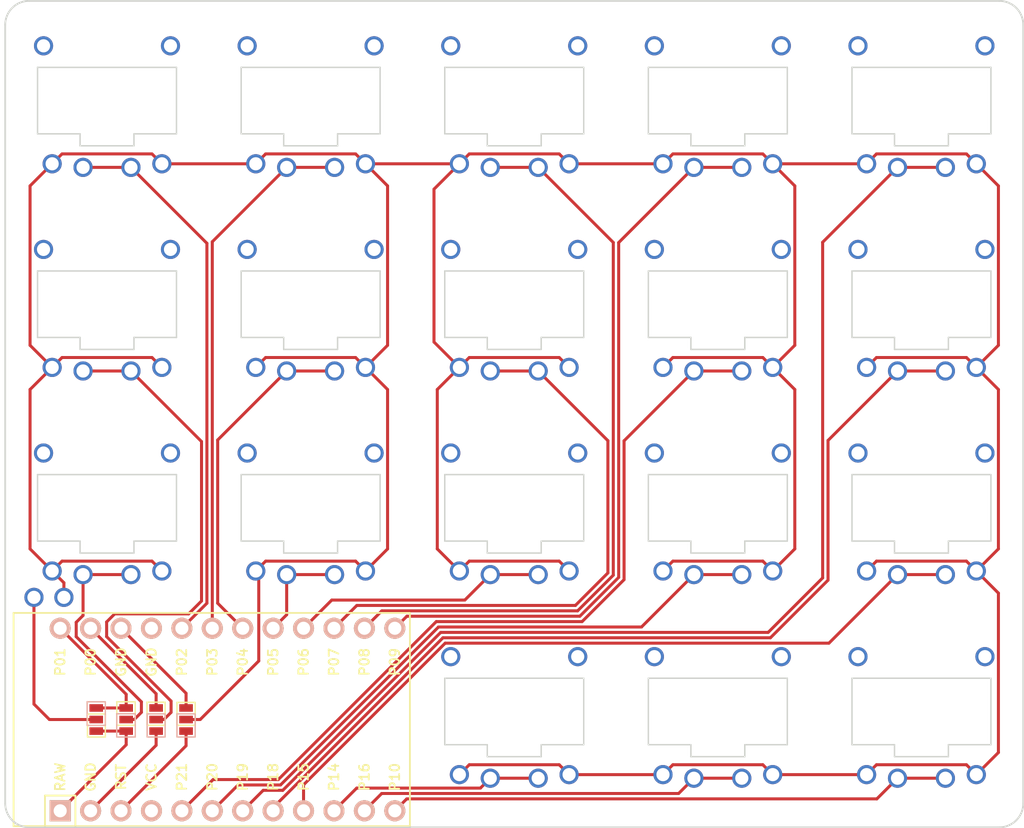
<source format=kicad_pcb>
(kicad_pcb (version 20211014) (generator pcbnew)
  (title_block (title "this_keyboard") (rev "v1.0.0") (company "Unknown"))
  (layers (0 "F.Cu" signal) (31 "B.Cu" signal) (34 "B.Paste" user) (35 "F.Paste" user) (36 "B.SilkS" user "B.Silkscreen") (37 "F.SilkS" user "F.Silkscreen") (38 "B.Mask" user) (39 "F.Mask" user) (44 "Edge.Cuts" user))
  (net 0 "")
  (net 1 "GND")
  (net 2 "P1_1")
  (net 3 "P0_1")
  (net 4 "P2")
  (net 5 "P5")
  (net 6 "P4")
  (net 7 "P3")
  (net 8 "P6")
  (net 9 "P7")
  (net 10 "P8")
  (net 11 "P20")
  (net 12 "P21")
  (net 13 "P9")
  (net 14 "P15")
  (net 15 "P18")
  (net 16 "P19")
  (net 17 "P14")
  (net 18 "P16")
  (net 19 "P10")
  (net 20 "RAW")
  (net 21 "RST")
  (net 22 "VCC")
  (net 23 "P1")
  (net 24 "P0")
  (net 25 "RAW_1")
  (footprint "lib:Kailh_PG1232" (layer "F.Cu") (at 22.34 22.18)
    (fp_text reference "S3" hide)
    (fp_text value "Kailh_PG1232")
    (fp_line (start 5.8 -2.95) (end 5.8 2.6) (layer "Edge.Cuts") (width 0.12))
    (fp_line (start -2.25 2.6) (end -2.25 3.6) (layer "Edge.Cuts") (width 0.12))
    (fp_line (start 2.25 3.6) (end 2.25 2.6) (layer "Edge.Cuts") (width 0.12))
    (fp_line (start -5.8 2.6) (end -5.8 -2.95) (layer "Edge.Cuts") (width 0.12))
    (fp_line (start -2.25 2.6) (end -5.8 2.6) (layer "Edge.Cuts") (width 0.12))
    (fp_line (start -5.8 -2.95) (end 5.8 -2.95) (layer "Edge.Cuts") (width 0.12))
    (fp_line (start 2.25 2.6) (end 5.8 2.6) (layer "Edge.Cuts") (width 0.12))
    (fp_line (start -2.25 3.6) (end 2.25 3.6) (layer "Edge.Cuts") (width 0.12))
  )
  (footprint "lib:Kailh_PG1232" (layer "F.Cu") (at 73.34 39.18)
    (fp_text reference "S11" hide)
    (fp_text value "Kailh_PG1232")
    (fp_line (start -2.25 2.6) (end -5.8 2.6) (layer "Edge.Cuts") (width 0.12))
    (fp_line (start -2.25 2.6) (end -2.25 3.6) (layer "Edge.Cuts") (width 0.12))
    (fp_line (start 5.8 -2.95) (end 5.8 2.6) (layer "Edge.Cuts") (width 0.12))
    (fp_line (start 2.25 3.6) (end 2.25 2.6) (layer "Edge.Cuts") (width 0.12))
    (fp_line (start -2.25 3.6) (end 2.25 3.6) (layer "Edge.Cuts") (width 0.12))
    (fp_line (start 2.25 2.6) (end 5.8 2.6) (layer "Edge.Cuts") (width 0.12))
    (fp_line (start -5.8 -2.95) (end 5.8 -2.95) (layer "Edge.Cuts") (width 0.12))
    (fp_line (start -5.8 2.6) (end -5.8 -2.95) (layer "Edge.Cuts") (width 0.12))
  )
  (footprint "lib:Jumper" (layer "F.Cu") (at 21.44 73.68 90)
    (fp_text reference "J3" hide)
    (fp_text value "")
  )
  (footprint "lib:Kailh_PG1232" (layer "F.Cu") (at 39.34 39.18)
    (fp_text reference "S5" hide)
    (fp_text value "Kailh_PG1232")
    (fp_line (start 2.25 3.6) (end 2.25 2.6) (layer "Edge.Cuts") (width 0.12))
    (fp_line (start 2.25 2.6) (end 5.8 2.6) (layer "Edge.Cuts") (width 0.12))
    (fp_line (start -5.8 2.6) (end -5.8 -2.95) (layer "Edge.Cuts") (width 0.12))
    (fp_line (start -2.25 2.6) (end -2.25 3.6) (layer "Edge.Cuts") (width 0.12))
    (fp_line (start -2.25 3.6) (end 2.25 3.6) (layer "Edge.Cuts") (width 0.12))
    (fp_line (start 5.8 -2.95) (end 5.8 2.6) (layer "Edge.Cuts") (width 0.12))
    (fp_line (start -2.25 2.6) (end -5.8 2.6) (layer "Edge.Cuts") (width 0.12))
    (fp_line (start -5.8 -2.95) (end 5.8 -2.95) (layer "Edge.Cuts") (width 0.12))
  )
  (footprint "lib:Jumper" (layer "F.Cu") (at 23.94 73.68 -90)
    (fp_text reference "J4" hide)
    (fp_text value "")
  )
  (footprint "lib:Kailh_PG1232" (layer "F.Cu") (at 56.34 73.18)
    (fp_text reference "S16" hide)
    (fp_text value "Kailh_PG1232")
    (fp_line (start -5.8 2.6) (end -5.8 -2.95) (layer "Edge.Cuts") (width 0.12))
    (fp_line (start -2.25 3.6) (end 2.25 3.6) (layer "Edge.Cuts") (width 0.12))
    (fp_line (start -5.8 -2.95) (end 5.8 -2.95) (layer "Edge.Cuts") (width 0.12))
    (fp_line (start 5.8 -2.95) (end 5.8 2.6) (layer "Edge.Cuts") (width 0.12))
    (fp_line (start -2.25 2.6) (end -2.25 3.6) (layer "Edge.Cuts") (width 0.12))
    (fp_line (start 2.25 2.6) (end 5.8 2.6) (layer "Edge.Cuts") (width 0.12))
    (fp_line (start -2.25 2.6) (end -5.8 2.6) (layer "Edge.Cuts") (width 0.12))
    (fp_line (start 2.25 3.6) (end 2.25 2.6) (layer "Edge.Cuts") (width 0.12))
  )
  (footprint "lib:Kailh_PG1232" (layer "F.Cu") (at 56.34 56.18)
    (fp_text reference "S7" hide)
    (fp_text value "Kailh_PG1232")
    (fp_line (start -2.25 3.6) (end 2.25 3.6) (layer "Edge.Cuts") (width 0.12))
    (fp_line (start 5.8 -2.95) (end 5.8 2.6) (layer "Edge.Cuts") (width 0.12))
    (fp_line (start -5.8 2.6) (end -5.8 -2.95) (layer "Edge.Cuts") (width 0.12))
    (fp_line (start -2.25 2.6) (end -2.25 3.6) (layer "Edge.Cuts") (width 0.12))
    (fp_line (start -2.25 2.6) (end -5.8 2.6) (layer "Edge.Cuts") (width 0.12))
    (fp_line (start 2.25 3.6) (end 2.25 2.6) (layer "Edge.Cuts") (width 0.12))
    (fp_line (start 2.25 2.6) (end 5.8 2.6) (layer "Edge.Cuts") (width 0.12))
    (fp_line (start -5.8 -2.95) (end 5.8 -2.95) (layer "Edge.Cuts") (width 0.12))
  )
  (footprint "lib:Kailh_PG1232" (layer "F.Cu") (at 90.34 73.18)
    (fp_text reference "S18" hide)
    (fp_text value "Kailh_PG1232")
    (fp_line (start -2.25 2.6) (end -2.25 3.6) (layer "Edge.Cuts") (width 0.12))
    (fp_line (start 2.25 3.6) (end 2.25 2.6) (layer "Edge.Cuts") (width 0.12))
    (fp_line (start -5.8 -2.95) (end 5.8 -2.95) (layer "Edge.Cuts") (width 0.12))
    (fp_line (start -2.25 3.6) (end 2.25 3.6) (layer "Edge.Cuts") (width 0.12))
    (fp_line (start -2.25 2.6) (end -5.8 2.6) (layer "Edge.Cuts") (width 0.12))
    (fp_line (start 2.25 2.6) (end 5.8 2.6) (layer "Edge.Cuts") (width 0.12))
    (fp_line (start 5.8 -2.95) (end 5.8 2.6) (layer "Edge.Cuts") (width 0.12))
    (fp_line (start -5.8 2.6) (end -5.8 -2.95) (layer "Edge.Cuts") (width 0.12))
  )
  (footprint "lib:Kailh_PG1232" (layer "F.Cu") (at 73.34 22.18)
    (fp_text reference "S12" hide)
    (fp_text value "Kailh_PG1232")
    (fp_line (start 5.8 -2.95) (end 5.8 2.6) (layer "Edge.Cuts") (width 0.12))
    (fp_line (start 2.25 3.6) (end 2.25 2.6) (layer "Edge.Cuts") (width 0.12))
    (fp_line (start 2.25 2.6) (end 5.8 2.6) (layer "Edge.Cuts") (width 0.12))
    (fp_line (start -5.8 2.6) (end -5.8 -2.95) (layer "Edge.Cuts") (width 0.12))
    (fp_line (start -2.25 3.6) (end 2.25 3.6) (layer "Edge.Cuts") (width 0.12))
    (fp_line (start -2.25 2.6) (end -5.8 2.6) (layer "Edge.Cuts") (width 0.12))
    (fp_line (start -5.8 -2.95) (end 5.8 -2.95) (layer "Edge.Cuts") (width 0.12))
    (fp_line (start -2.25 2.6) (end -2.25 3.6) (layer "Edge.Cuts") (width 0.12))
  )
  (footprint "lib:Kailh_PG1232" (layer "F.Cu") (at 16.24 63.48)
    (fp_text reference "J2" hide)
    (fp_text value "")
  )
  (footprint "lib:Kailh_PG1232" (layer "F.Cu") (at 73.34 56.18)
    (fp_text reference "S10" hide)
    (fp_text value "Kailh_PG1232")
    (fp_line (start 2.25 2.6) (end 5.8 2.6) (layer "Edge.Cuts") (width 0.12))
    (fp_line (start -2.25 2.6) (end -2.25 3.6) (layer "Edge.Cuts") (width 0.12))
    (fp_line (start -5.8 2.6) (end -5.8 -2.95) (layer "Edge.Cuts") (width 0.12))
    (fp_line (start -2.25 2.6) (end -5.8 2.6) (layer "Edge.Cuts") (width 0.12))
    (fp_line (start 2.25 3.6) (end 2.25 2.6) (layer "Edge.Cuts") (width 0.12))
    (fp_line (start -5.8 -2.95) (end 5.8 -2.95) (layer "Edge.Cuts") (width 0.12))
    (fp_line (start 5.8 -2.95) (end 5.8 2.6) (layer "Edge.Cuts") (width 0.12))
    (fp_line (start -2.25 3.6) (end 2.25 3.6) (layer "Edge.Cuts") (width 0.12))
  )
  (footprint "lib:Kailh_PG1232" (layer "F.Cu") (at 73.34 73.18)
    (fp_text reference "S17" hide)
    (fp_text value "Kailh_PG1232")
    (fp_line (start 2.25 2.6) (end 5.8 2.6) (layer "Edge.Cuts") (width 0.12))
    (fp_line (start 5.8 -2.95) (end 5.8 2.6) (layer "Edge.Cuts") (width 0.12))
    (fp_line (start -2.25 2.6) (end -5.8 2.6) (layer "Edge.Cuts") (width 0.12))
    (fp_line (start -5.8 2.6) (end -5.8 -2.95) (layer "Edge.Cuts") (width 0.12))
    (fp_line (start -5.8 -2.95) (end 5.8 -2.95) (layer "Edge.Cuts") (width 0.12))
    (fp_line (start 2.25 3.6) (end 2.25 2.6) (layer "Edge.Cuts") (width 0.12))
    (fp_line (start -2.25 2.6) (end -2.25 3.6) (layer "Edge.Cuts") (width 0.12))
    (fp_line (start -2.25 3.6) (end 2.25 3.6) (layer "Edge.Cuts") (width 0.12))
  )
  (footprint "lib:Kailh_PG1232" (layer "F.Cu") (at 90.34 39.18)
    (fp_text reference "S14" hide)
    (fp_text value "Kailh_PG1232")
    (fp_line (start 5.8 -2.95) (end 5.8 2.6) (layer "Edge.Cuts") (width 0.12))
    (fp_line (start 2.25 3.6) (end 2.25 2.6) (layer "Edge.Cuts") (width 0.12))
    (fp_line (start -2.25 2.6) (end -2.25 3.6) (layer "Edge.Cuts") (width 0.12))
    (fp_line (start -5.8 2.6) (end -5.8 -2.95) (layer "Edge.Cuts") (width 0.12))
    (fp_line (start -2.25 2.6) (end -5.8 2.6) (layer "Edge.Cuts") (width 0.12))
    (fp_line (start -5.8 -2.95) (end 5.8 -2.95) (layer "Edge.Cuts") (width 0.12))
    (fp_line (start 2.25 2.6) (end 5.8 2.6) (layer "Edge.Cuts") (width 0.12))
    (fp_line (start -2.25 3.6) (end 2.25 3.6) (layer "Edge.Cuts") (width 0.12))
  )
  (footprint "lib:Kailh_PG1232" (layer "F.Cu") (at 39.34 22.18)
    (fp_text reference "S6" hide)
    (fp_text value "Kailh_PG1232")
    (fp_line (start 5.8 -2.95) (end 5.8 2.6) (layer "Edge.Cuts") (width 0.12))
    (fp_line (start -2.25 2.6) (end -5.8 2.6) (layer "Edge.Cuts") (width 0.12))
    (fp_line (start 2.25 3.6) (end 2.25 2.6) (layer "Edge.Cuts") (width 0.12))
    (fp_line (start -2.25 2.6) (end -2.25 3.6) (layer "Edge.Cuts") (width 0.12))
    (fp_line (start 2.25 2.6) (end 5.8 2.6) (layer "Edge.Cuts") (width 0.12))
    (fp_line (start -5.8 2.6) (end -5.8 -2.95) (layer "Edge.Cuts") (width 0.12))
    (fp_line (start -2.25 3.6) (end 2.25 3.6) (layer "Edge.Cuts") (width 0.12))
    (fp_line (start -5.8 -2.95) (end 5.8 -2.95) (layer "Edge.Cuts") (width 0.12))
  )
  (footprint "lib:Kailh_PG1232" (layer "F.Cu") (at 18.74 63.48)
    (fp_text reference "J1" hide)
    (fp_text value "")
  )
  (footprint "lib:Jumper" (layer "F.Cu") (at 26.44 73.68 -90)
    (fp_text reference "J5" hide)
    (fp_text value "")
  )
  (footprint "ProMicro" (layer "F.Cu") (at 32.4 73.68)
    (fp_text reference "MCU1" hide)
    (fp_text value "" hide)
  )
  (footprint "lib:Kailh_PG1232" (layer "F.Cu") (at 22.34 56.18)
    (fp_text reference "S1" hide)
    (fp_text value "Kailh_PG1232")
    (fp_line (start 2.25 3.6) (end 2.25 2.6) (layer "Edge.Cuts") (width 0.12))
    (fp_line (start -5.8 2.6) (end -5.8 -2.95) (layer "Edge.Cuts") (width 0.12))
    (fp_line (start 2.25 2.6) (end 5.8 2.6) (layer "Edge.Cuts") (width 0.12))
    (fp_line (start -2.25 3.6) (end 2.25 3.6) (layer "Edge.Cuts") (width 0.12))
    (fp_line (start -5.8 -2.95) (end 5.8 -2.95) (layer "Edge.Cuts") (width 0.12))
    (fp_line (start -2.25 2.6) (end -2.25 3.6) (layer "Edge.Cuts") (width 0.12))
    (fp_line (start 5.8 -2.95) (end 5.8 2.6) (layer "Edge.Cuts") (width 0.12))
    (fp_line (start -2.25 2.6) (end -5.8 2.6) (layer "Edge.Cuts") (width 0.12))
  )
  (footprint "lib:Kailh_PG1232" (layer "F.Cu") (at 22.34 39.18)
    (fp_text reference "S2" hide)
    (fp_text value "Kailh_PG1232")
    (fp_line (start 2.25 3.6) (end 2.25 2.6) (layer "Edge.Cuts") (width 0.12))
    (fp_line (start -5.8 2.6) (end -5.8 -2.95) (layer "Edge.Cuts") (width 0.12))
    (fp_line (start -2.25 3.6) (end 2.25 3.6) (layer "Edge.Cuts") (width 0.12))
    (fp_line (start -2.25 2.6) (end -2.25 3.6) (layer "Edge.Cuts") (width 0.12))
    (fp_line (start -5.8 -2.95) (end 5.8 -2.95) (layer "Edge.Cuts") (width 0.12))
    (fp_line (start 2.25 2.6) (end 5.8 2.6) (layer "Edge.Cuts") (width 0.12))
    (fp_line (start 5.8 -2.95) (end 5.8 2.6) (layer "Edge.Cuts") (width 0.12))
    (fp_line (start -2.25 2.6) (end -5.8 2.6) (layer "Edge.Cuts") (width 0.12))
  )
  (footprint "lib:Kailh_PG1232" (layer "F.Cu") (at 90.34 22.18)
    (fp_text reference "S15" hide)
    (fp_text value "Kailh_PG1232")
    (fp_line (start -2.25 2.6) (end -5.8 2.6) (layer "Edge.Cuts") (width 0.12))
    (fp_line (start -2.25 2.6) (end -2.25 3.6) (layer "Edge.Cuts") (width 0.12))
    (fp_line (start 5.8 -2.95) (end 5.8 2.6) (layer "Edge.Cuts") (width 0.12))
    (fp_line (start 2.25 3.6) (end 2.25 2.6) (layer "Edge.Cuts") (width 0.12))
    (fp_line (start -5.8 2.6) (end -5.8 -2.95) (layer "Edge.Cuts") (width 0.12))
    (fp_line (start 2.25 2.6) (end 5.8 2.6) (layer "Edge.Cuts") (width 0.12))
    (fp_line (start -5.8 -2.95) (end 5.8 -2.95) (layer "Edge.Cuts") (width 0.12))
    (fp_line (start -2.25 3.6) (end 2.25 3.6) (layer "Edge.Cuts") (width 0.12))
  )
  (footprint "lib:Kailh_PG1232" (layer "F.Cu") (at 90.34 56.18)
    (fp_text reference "S13" hide)
    (fp_text value "Kailh_PG1232")
    (fp_line (start -5.8 2.6) (end -5.8 -2.95) (layer "Edge.Cuts") (width 0.12))
    (fp_line (start 5.8 -2.95) (end 5.8 2.6) (layer "Edge.Cuts") (width 0.12))
    (fp_line (start -2.25 2.6) (end -5.8 2.6) (layer "Edge.Cuts") (width 0.12))
    (fp_line (start -2.25 3.6) (end 2.25 3.6) (layer "Edge.Cuts") (width 0.12))
    (fp_line (start -5.8 -2.95) (end 5.8 -2.95) (layer "Edge.Cuts") (width 0.12))
    (fp_line (start -2.25 2.6) (end -2.25 3.6) (layer "Edge.Cuts") (width 0.12))
    (fp_line (start 2.25 3.6) (end 2.25 2.6) (layer "Edge.Cuts") (width 0.12))
    (fp_line (start 2.25 2.6) (end 5.8 2.6) (layer "Edge.Cuts") (width 0.12))
  )
  (footprint "lib:Kailh_PG1232" (layer "F.Cu") (at 56.34 22.18)
    (fp_text reference "S9" hide)
    (fp_text value "Kailh_PG1232")
    (fp_line (start 2.25 3.6) (end 2.25 2.6) (layer "Edge.Cuts") (width 0.12))
    (fp_line (start -5.8 -2.95) (end 5.8 -2.95) (layer "Edge.Cuts") (width 0.12))
    (fp_line (start 2.25 2.6) (end 5.8 2.6) (layer "Edge.Cuts") (width 0.12))
    (fp_line (start -5.8 2.6) (end -5.8 -2.95) (layer "Edge.Cuts") (width 0.12))
    (fp_line (start 5.8 -2.95) (end 5.8 2.6) (layer "Edge.Cuts") (width 0.12))
    (fp_line (start -2.25 2.6) (end -2.25 3.6) (layer "Edge.Cuts") (width 0.12))
    (fp_line (start -2.25 2.6) (end -5.8 2.6) (layer "Edge.Cuts") (width 0.12))
    (fp_line (start -2.25 3.6) (end 2.25 3.6) (layer "Edge.Cuts") (width 0.12))
  )
  (footprint "lib:Kailh_PG1232" (layer "F.Cu") (at 56.34 39.18)
    (fp_text reference "S8" hide)
    (fp_text value "Kailh_PG1232")
    (fp_line (start -2.25 2.6) (end -5.8 2.6) (layer "Edge.Cuts") (width 0.12))
    (fp_line (start -2.25 3.6) (end 2.25 3.6) (layer "Edge.Cuts") (width 0.12))
    (fp_line (start 5.8 -2.95) (end 5.8 2.6) (layer "Edge.Cuts") (width 0.12))
    (fp_line (start 2.25 3.6) (end 2.25 2.6) (layer "Edge.Cuts") (width 0.12))
    (fp_line (start -5.8 -2.95) (end 5.8 -2.95) (layer "Edge.Cuts") (width 0.12))
    (fp_line (start -2.25 2.6) (end -2.25 3.6) (layer "Edge.Cuts") (width 0.12))
    (fp_line (start -5.8 2.6) (end -5.8 -2.95) (layer "Edge.Cuts") (width 0.12))
    (fp_line (start 2.25 2.6) (end 5.8 2.6) (layer "Edge.Cuts") (width 0.12))
  )
  (footprint "lib:Kailh_PG1232" (layer "F.Cu") (at 39.34 56.18)
    (fp_text reference "S4" hide)
    (fp_text value "Kailh_PG1232")
    (fp_line (start 5.8 -2.95) (end 5.8 2.6) (layer "Edge.Cuts") (width 0.12))
    (fp_line (start -2.25 3.6) (end 2.25 3.6) (layer "Edge.Cuts") (width 0.12))
    (fp_line (start -5.8 2.6) (end -5.8 -2.95) (layer "Edge.Cuts") (width 0.12))
    (fp_line (start -2.25 2.6) (end -2.25 3.6) (layer "Edge.Cuts") (width 0.12))
    (fp_line (start 2.25 2.6) (end 5.8 2.6) (layer "Edge.Cuts") (width 0.12))
    (fp_line (start -5.8 -2.95) (end 5.8 -2.95) (layer "Edge.Cuts") (width 0.12))
    (fp_line (start -2.25 2.6) (end -5.8 2.6) (layer "Edge.Cuts") (width 0.12))
    (fp_line (start 2.25 3.6) (end 2.25 2.6) (layer "Edge.Cuts") (width 0.12))
  )
  (footprint "lib:Jumper" (layer "F.Cu") (at 28.94 73.68 -90)
    (fp_text reference "J6" hide)
    (fp_text value "")
  )
  (gr_rect (start 28.18 73.21) (end 29.7 75.14) (layer "B.SilkS") (width 0.12) (fill none))
  (gr_rect (start 23.15 73.2) (end 24.7 75.14) (layer "B.SilkS") (width 0.12) (fill none))
  (gr_rect (start 25.69 73.21) (end 27.19 75.14) (layer "B.SilkS") (width 0.12) (fill none))
  (gr_rect (start 20.68 72.2) (end 22.2 74.17) (layer "B.SilkS") (width 0.12) (fill none))
  (gr_rect (start 23.16 74.16) (end 24.69 72.2) (layer "F.SilkS") (width 0.12) (fill none))
  (gr_rect (start 28.18 74.16) (end 29.7 72.25) (layer "F.SilkS") (width 0.12) (fill none))
  (gr_rect (start 22.2 75.14) (end 20.71 73.22) (layer "F.SilkS") (width 0.12) (fill none))
  (gr_rect (start 25.68 74.16) (end 27.19 72.23) (layer "F.SilkS") (width 0.12) (fill none))
  (gr_arc (start 96.84 13.68) (mid 98.254214 14.265786) (end 98.84 15.68) (layer "Edge.Cuts") (width 0.15))
  (gr_arc (start 13.84 15.68) (mid 14.425786 14.265786) (end 15.84 13.68) (layer "Edge.Cuts") (width 0.15))
  (gr_line (start 96.84 13.68) (end 15.84 13.68) (layer "Edge.Cuts") (width 0.15))
  (gr_line (start 98.84 80.68) (end 98.84 15.68) (layer "Edge.Cuts") (width 0.15))
  (gr_line (start 15.84 82.68) (end 96.84 82.68) (layer "Edge.Cuts") (width 0.15))
  (gr_arc (start 15.84 82.68) (mid 14.425786 82.094214) (end 13.84 80.68) (layer "Edge.Cuts") (width 0.15))
  (gr_arc (start 98.84 80.68) (mid 98.254214 82.094214) (end 96.84 82.68) (layer "Edge.Cuts") (width 0.15))
  (gr_line (start 13.84 15.68) (end 13.84 80.68) (layer "Edge.Cuts") (width 0.15))
  (segment (start 17.76 44.28) (end 15.915 42.435) (width 0.25) (layer "F.Cu") (net 1))
  (segment (start 79.765 42.435) (end 77.92 44.28) (width 0.25) (layer "F.Cu") (net 1))
  (segment (start 60.095 26.455) (end 60.92 27.28) (width 0.25) (layer "F.Cu") (net 1))
  (segment (start 45.765 59.435) (end 43.92 61.28) (width 0.25) (layer "F.Cu") (net 1))
  (segment (start 26.095 43.455) (end 18.585 43.455) (width 0.25) (layer "F.Cu") (net 1))
  (segment (start 96.765 46.125) (end 96.765 59.435) (width 0.25) (layer "F.Cu") (net 1))
  (segment (start 77.92 27.28) (end 77.095 26.455) (width 0.25) (layer "F.Cu") (net 1))
  (segment (start 69.585 26.455) (end 68.76 27.28) (width 0.25) (layer "F.Cu") (net 1))
  (segment (start 77.92 27.28) (end 85.76 27.28) (width 0.25) (layer "F.Cu") (net 1))
  (segment (start 94.095 60.455) (end 86.585 60.455) (width 0.25) (layer "F.Cu") (net 1))
  (segment (start 94.92 61.28) (end 94.095 60.455) (width 0.25) (layer "F.Cu") (net 1))
  (segment (start 35.0087 68.7913) (end 30.12 73.68) (width 0.25) (layer "F.Cu") (net 1))
  (segment (start 35.585 60.455) (end 43.095 60.455) (width 0.25) (layer "F.Cu") (net 1))
  (segment (start 45.765 29.125) (end 45.765 42.435) (width 0.25) (layer "F.Cu") (net 1))
  (segment (start 52.585 77.455) (end 51.76 78.28) (width 0.25) (layer "F.Cu") (net 1))
  (segment (start 77.92 44.28) (end 79.765 46.125) (width 0.25) (layer "F.Cu") (net 1))
  (segment (start 43.095 43.455) (end 35.585 43.455) (width 0.25) (layer "F.Cu") (net 1))
  (segment (start 18.585 43.455) (end 17.76 44.28) (width 0.25) (layer "F.Cu") (net 1))
  (segment (start 60.92 27.28) (end 68.76 27.28) (width 0.25) (layer "F.Cu") (net 1))
  (segment (start 51.76 27.28) (end 49.64 29.4) (width 0.25) (layer "F.Cu") (net 1))
  (segment (start 49.64 42.16) (end 51.76 44.28) (width 0.25) (layer "F.Cu") (net 1))
  (segment (start 94.92 61.28) (end 96.765 63.125) (width 0.25) (layer "F.Cu") (net 1))
  (segment (start 77.095 77.455) (end 69.585 77.455) (width 0.25) (layer "F.Cu") (net 1))
  (segment (start 26.095 26.455) (end 26.92 27.28) (width 0.25) (layer "F.Cu") (net 1))
  (segment (start 43.92 44.28) (end 45.765 46.125) (width 0.25) (layer "F.Cu") (net 1))
  (segment (start 30.12 73.68) (end 28.94 73.68) (width 0.25) (layer "F.Cu") (net 1))
  (segment (start 94.095 77.455) (end 86.585 77.455) (width 0.25) (layer "F.Cu") (net 1))
  (segment (start 69.585 77.455) (end 68.76 78.28) (width 0.25) (layer "F.Cu") (net 1))
  (segment (start 69.585 43.455) (end 77.095 43.455) (width 0.25) (layer "F.Cu") (net 1))
  (segment (start 60.095 60.455) (end 52.585 60.455) (width 0.25) (layer "F.Cu") (net 1))
  (segment (start 15.915 29.125) (end 17.76 27.28) (width 0.25) (layer "F.Cu") (net 1))
  (segment (start 77.92 61.28) (end 77.095 60.455) (width 0.25) (layer "F.Cu") (net 1))
  (segment (start 52.585 60.455) (end 51.76 61.28) (width 0.25) (layer "F.Cu") (net 1))
  (segment (start 86.585 77.455) (end 85.76 78.28) (width 0.25) (layer "F.Cu") (net 1))
  (segment (start 69.585 60.455) (end 68.76 61.28) (width 0.25) (layer "F.Cu") (net 1))
  (segment (start 28.94 71.49) (end 23.51 66.06) (width 0.25) (layer "F.Cu") (net 1))
  (segment (start 94.095 43.455) (end 86.585 43.455) (width 0.25) (layer "F.Cu") (net 1))
  (segment (start 51.76 27.28) (end 52.585 26.455) (width 0.25) (layer "F.Cu") (net 1))
  (segment (start 43.095 60.455) (end 43.92 61.28) (width 0.25) (layer "F.Cu") (net 1))
  (segment (start 45.765 42.435) (end 43.92 44.28) (width 0.25) (layer "F.Cu") (net 1))
  (segment (start 17.76 61.28) (end 15.915 59.435) (width 0.25) (layer "F.Cu") (net 1))
  (segment (start 35.585 26.455) (end 43.095 26.455) (width 0.25) (layer "F.Cu") (net 1))
  (segment (start 94.92 44.28) (end 96.765 46.125) (width 0.25) (layer "F.Cu") (net 1))
  (segment (start 15.915 59.435) (end 15.915 46.125) (width 0.25) (layer "F.Cu") (net 1))
  (segment (start 26.92 44.28) (end 26.095 43.455) (width 0.25) (layer "F.Cu") (net 1))
  (segment (start 34.76 61.28) (end 35.0087 61.5287) (width 0.25) (layer "F.Cu") (net 1))
  (segment (start 96.765 42.435) (end 94.92 44.28) (width 0.25) (layer "F.Cu") (net 1))
  (segment (start 94.92 44.28) (end 94.095 43.455) (width 0.25) (layer "F.Cu") (net 1))
  (segment (start 96.765 63.125) (end 96.765 76.435) (width 0.25) (layer "F.Cu") (net 1))
  (segment (start 49.64 29.4) (end 49.64 42.16) (width 0.25) (layer "F.Cu") (net 1))
  (segment (start 28.94 72.71498) (end 28.94 71.49) (width 0.25) (layer "F.Cu") (net 1))
  (segment (start 68.76 78.28) (end 60.92 78.28) (width 0.25) (layer "F.Cu") (net 1))
  (segment (start 34.76 27.28) (end 35.585 26.455) (width 0.25) (layer "F.Cu") (net 1))
  (segment (start 26.095 60.455) (end 18.585 60.455) (width 0.25) (layer "F.Cu") (net 1))
  (segment (start 51.76 44.28) (end 49.915 46.125) (width 0.25) (layer "F.Cu") (net 1))
  (segment (start 26.92 61.28) (end 26.095 60.455) (width 0.25) (layer "F.Cu") (net 1))
  (segment (start 52.585 43.455) (end 60.095 43.455) (width 0.25) (layer "F.Cu") (net 1))
  (segment (start 79.765 29.125) (end 79.765 42.435) (width 0.25) (layer "F.Cu") (net 1))
  (segment (start 94.92 78.28) (end 94.095 77.455) (width 0.25) (layer "F.Cu") (net 1))
  (segment (start 85.76 78.28) (end 77.92 78.28) (width 0.25) (layer "F.Cu") (net 1))
  (segment (start 77.095 60.455) (end 69.585 60.455) (width 0.25) (layer "F.Cu") (net 1))
  (segment (start 26.44 75.83) (end 20.97 81.3) (width 0.25) (layer "F.Cu") (net 1))
  (segment (start 52.585 26.455) (end 60.095 26.455) (width 0.25) (layer "F.Cu") (net 1))
  (segment (start 43.92 27.28) (end 45.765 29.125) (width 0.25) (layer "F.Cu") (net 1))
  (segment (start 94.92 27.28) (end 94.095 26.455) (width 0.25) (layer "F.Cu") (net 1))
  (segment (start 77.92 78.28) (end 77.095 77.455) (width 0.25) (layer "F.Cu") (net 1))
  (segment (start 94.92 27.28) (end 96.765 29.125) (width 0.25) (layer "F.Cu") (net 1))
  (segment (start 26.92 27.28) (end 34.76 27.28) (width 0.25) (layer "F.Cu") (net 1))
  (segment (start 35.585 43.455) (end 34.76 44.28) (width 0.25) (layer "F.Cu") (net 1))
  (segment (start 77.095 26.455) (end 69.585 26.455) (width 0.25) (layer "F.Cu") (net 1))
  (segment (start 15.915 46.125) (end 17.76 44.28) (width 0.25) (layer "F.Cu") (net 1))
  (segment (start 26.44 74.64502) (end 26.44 75.83) (width 0.25) (layer "F.Cu") (net 1))
  (segment (start 49.915 59.435) (end 51.76 61.28) (width 0.25) (layer "F.Cu") (net 1))
  (segment (start 60.92 61.28) (end 60.095 60.455) (width 0.25) (layer "F.Cu") (net 1))
  (segment (start 60.095 77.455) (end 52.585 77.455) (width 0.25) (layer "F.Cu") (net 1))
  (segment (start 86.585 60.455) (end 85.76 61.28) (width 0.25) (layer "F.Cu") (net 1))
  (segment (start 18.74 63.48) (end 18.74 62.26) (width 0.25) (layer "F.Cu") (net 1))
  (segment (start 18.585 26.455) (end 26.095 26.455) (width 0.25) (layer "F.Cu") (net 1))
  (segment (start 35.0087 61.5287) (end 35.0087 68.7913) (width 0.25) (layer "F.Cu") (net 1))
  (segment (start 43.92 27.28) (end 51.76 27.28) (width 0.25) (layer "F.Cu") (net 1))
  (segment (start 45.765 46.125) (end 45.765 59.435) (width 0.25) (layer "F.Cu") (net 1))
  (segment (start 51.76 44.28) (end 52.585 43.455) (width 0.25) (layer "F.Cu") (net 1))
  (segment (start 96.765 59.435) (end 94.92 61.28) (width 0.25) (layer "F.Cu") (net 1))
  (segment (start 96.765 29.125) (end 96.765 42.435) (width 0.25) (layer "F.Cu") (net 1))
  (segment (start 49.915 46.125) (end 49.915 59.435) (width 0.25) (layer "F.Cu") (net 1))
  (segment (start 17.76 27.28) (end 18.585 26.455) (width 0.25) (layer "F.Cu") (net 1))
  (segment (start 18.585 60.455) (end 17.76 61.28) (width 0.25) (layer "F.Cu") (net 1))
  (segment (start 77.92 27.28) (end 79.765 29.125) (width 0.25) (layer "F.Cu") (net 1))
  (segment (start 43.92 44.28) (end 43.095 43.455) (width 0.25) (layer "F.Cu") (net 1))
  (segment (start 68.76 44.28) (end 69.585 43.455) (width 0.25) (layer "F.Cu") (net 1))
  (segment (start 43.095 26.455) (end 43.92 27.28) (width 0.25) (layer "F.Cu") (net 1))
  (segment (start 34.76 61.28) (end 35.585 60.455) (width 0.25) (layer "F.Cu") (net 1))
  (segment (start 94.095 26.455) (end 86.585 26.455) (width 0.25) (layer "F.Cu") (net 1))
  (segment (start 79.765 46.125) (end 79.765 59.435) (width 0.25) (layer "F.Cu") (net 1))
  (segment (start 60.095 43.455) (end 60.92 44.28) (width 0.25) (layer "F.Cu") (net 1))
  (segment (start 86.585 26.455) (end 85.76 27.28) (width 0.25) (layer "F.Cu") (net 1))
  (segment (start 18.74 62.26) (end 17.76 61.28) (width 0.25) (layer "F.Cu") (net 1))
  (segment (start 77.095 43.455) (end 77.92 44.28) (width 0.25) (layer "F.Cu") (net 1))
  (segment (start 96.765 76.435) (end 94.92 78.28) (width 0.25) (layer "F.Cu") (net 1))
  (segment (start 79.765 59.435) (end 77.92 61.28) (width 0.25) (layer "F.Cu") (net 1))
  (segment (start 60.92 78.28) (end 60.095 77.455) (width 0.25) (layer "F.Cu") (net 1))
  (segment (start 86.585 43.455) (end 85.76 44.28) (width 0.25) (layer "F.Cu") (net 1))
  (segment (start 15.915 42.435) (end 15.915 29.125) (width 0.25) (layer "F.Cu") (net 1))
  (segment (start 20.34 64.991105) (end 19.7687 65.562405) (width 0.25) (layer "F.Cu") (net 2))
  (segment (start 24.61 73.68) (end 23.94 73.68) (width 0.25) (layer "F.Cu") (net 2))
  (segment (start 25.21 73.08) (end 24.61 73.68) (width 0.25) (layer "F.Cu") (net 2))
  (segment (start 20.34 61.58) (end 24.34 61.58) (width 0.25) (layer "F.Cu") (net 2))
  (segment (start 19.7687 66.762304) (end 25.21 72.203604) (width 0.25) (layer "F.Cu") (net 2))
  (segment (start 25.21 72.203604) (end 25.21 73.08) (width 0.25) (layer "F.Cu") (net 2))
  (segment (start 19.7687 65.562405) (end 19.7687 66.762304) (width 0.25) (layer "F.Cu") (net 2))
  (segment (start 20.34 61.58) (end 20.34 64.991105) (width 0.25) (layer "F.Cu") (net 2))
  (segment (start 29.154904 64.8587) (end 22.9813 64.8587) (width 0.25) (layer "F.Cu") (net 3))
  (segment (start 30.23 63.783604) (end 29.154904 64.8587) (width 0.25) (layer "F.Cu") (net 3))
  (segment (start 20.34 44.58) (end 24.34 44.58) (width 0.25) (layer "F.Cu") (net 3))
  (segment (start 22.3087 66.762304) (end 27.69 72.143604) (width 0.25) (layer "F.Cu") (net 3))
  (segment (start 27.69 73.08) (end 27.09 73.68) (width 0.25) (layer "F.Cu") (net 3))
  (segment (start 22.9813 64.8587) (end 22.3087 65.5313) (width 0.25) (layer "F.Cu") (net 3))
  (segment (start 27.69 72.143604) (end 27.69 73.08) (width 0.25) (layer "F.Cu") (net 3))
  (segment (start 24.34 44.58) (end 30.23 50.47) (width 0.25) (layer "F.Cu") (net 3))
  (segment (start 22.3087 65.5313) (end 22.3087 66.762304) (width 0.25) (layer "F.Cu") (net 3))
  (segment (start 27.09 73.68) (end 26.44 73.68) (width 0.25) (layer "F.Cu") (net 3))
  (segment (start 30.23 50.47) (end 30.23 63.783604) (width 0.25) (layer "F.Cu") (net 3))
  (segment (start 30.68 63.97) (end 28.59 66.06) (width 0.25) (layer "F.Cu") (net 4))
  (segment (start 30.68 33.92) (end 30.68 63.97) (width 0.25) (layer "F.Cu") (net 4))
  (segment (start 20.34 27.58) (end 24.34 27.58) (width 0.25) (layer "F.Cu") (net 4))
  (segment (start 24.34 27.58) (end 30.68 33.92) (width 0.25) (layer "F.Cu") (net 4))
  (segment (start 37.34 64.93) (end 36.21 66.06) (width 0.25) (layer "F.Cu") (net 5))
  (segment (start 37.34 61.58) (end 41.34 61.58) (width 0.25) (layer "F.Cu") (net 5))
  (segment (start 37.34 61.58) (end 37.34 64.93) (width 0.25) (layer "F.Cu") (net 5))
  (segment (start 31.58 63.97) (end 33.67 66.06) (width 0.25) (layer "F.Cu") (net 6))
  (segment (start 41.34 44.58) (end 37.34 44.58) (width 0.25) (layer "F.Cu") (net 6))
  (segment (start 37.34 44.58) (end 31.58 50.34) (width 0.25) (layer "F.Cu") (net 6))
  (segment (start 31.58 50.34) (end 31.58 63.97) (width 0.25) (layer "F.Cu") (net 6))
  (segment (start 37.34 27.58) (end 41.34 27.58) (width 0.25) (layer "F.Cu") (net 7))
  (segment (start 31.13 66.06) (end 31.13 33.79) (width 0.25) (layer "F.Cu") (net 7))
  (segment (start 31.13 33.79) (end 37.34 27.58) (width 0.25) (layer "F.Cu") (net 7))
  (segment (start 52.215 63.705) (end 41.105 63.705) (width 0.25) (layer "F.Cu") (net 8))
  (segment (start 54.34 61.58) (end 58.34 61.58) (width 0.25) (layer "F.Cu") (net 8))
  (segment (start 54.34 61.58) (end 52.215 63.705) (width 0.25) (layer "F.Cu") (net 8))
  (segment (start 41.105 63.705) (end 38.75 66.06) (width 0.25) (layer "F.Cu") (net 8))
  (segment (start 43.195 64.155) (end 41.29 66.06) (width 0.25) (layer "F.Cu") (net 9))
  (segment (start 54.34 44.58) (end 58.34 44.58) (width 0.25) (layer "F.Cu") (net 9))
  (segment (start 64.16 50.4) (end 64.16 61.440812) (width 0.25) (layer "F.Cu") (net 9))
  (segment (start 64.16 61.440812) (end 61.445812 64.155) (width 0.25) (layer "F.Cu") (net 9))
  (segment (start 61.445812 64.155) (end 43.195 64.155) (width 0.25) (layer "F.Cu") (net 9))
  (segment (start 58.34 44.58) (end 64.16 50.4) (width 0.25) (layer "F.Cu") (net 9))
  (segment (start 61.632208 64.605) (end 45.285 64.605) (width 0.25) (layer "F.Cu") (net 10))
  (segment (start 64.61 33.85) (end 64.61 61.627208) (width 0.25) (layer "F.Cu") (net 10))
  (segment (start 54.34 27.58) (end 58.34 27.58) (width 0.25) (layer "F.Cu") (net 10))
  (segment (start 58.34 27.58) (end 64.61 33.85) (width 0.25) (layer "F.Cu") (net 10))
  (segment (start 64.61 61.627208) (end 61.632208 64.605) (width 0.25) (layer "F.Cu") (net 10))
  (segment (start 45.285 64.605) (end 43.83 66.06) (width 0.25) (layer "F.Cu") (net 10))
  (segment (start 36.826713 79.143108) (end 50.014821 65.955) (width 0.25) (layer "F.Cu") (net 11))
  (segment (start 66.965 65.955) (end 71.34 61.58) (width 0.25) (layer "F.Cu") (net 11))
  (segment (start 33.286892 79.143108) (end 36.826713 79.143108) (width 0.25) (layer "F.Cu") (net 11))
  (segment (start 50.014821 65.955) (end 66.965 65.955) (width 0.25) (layer "F.Cu") (net 11))
  (segment (start 71.34 61.58) (end 75.34 61.58) (width 0.25) (layer "F.Cu") (net 11))
  (segment (start 31.13 81.3) (end 33.286892 79.143108) (width 0.25) (layer "F.Cu") (net 11))
  (segment (start 31.196892 78.693108) (end 36.640317 78.693108) (width 0.25) (layer "F.Cu") (net 12))
  (segment (start 36.640317 78.693108) (end 49.828425 65.505) (width 0.25) (layer "F.Cu") (net 12))
  (segment (start 62.005 65.505) (end 65.51 62) (width 0.25) (layer "F.Cu") (net 12))
  (segment (start 65.51 50.41) (end 71.34 44.58) (width 0.25) (layer "F.Cu") (net 12))
  (segment (start 65.51 62) (end 65.51 50.41) (width 0.25) (layer "F.Cu") (net 12))
  (segment (start 71.34 44.58) (end 75.34 44.58) (width 0.25) (layer "F.Cu") (net 12))
  (segment (start 28.59 81.3) (end 31.196892 78.693108) (width 0.25) (layer "F.Cu") (net 12))
  (segment (start 49.828425 65.505) (end 62.005 65.505) (width 0.25) (layer "F.Cu") (net 12))
  (segment (start 65.06 61.813604) (end 61.818604 65.055) (width 0.25) (layer "F.Cu") (net 13))
  (segment (start 65.06 33.86) (end 65.06 61.813604) (width 0.25) (layer "F.Cu") (net 13))
  (segment (start 47.375 65.055) (end 46.37 66.06) (width 0.25) (layer "F.Cu") (net 13))
  (segment (start 61.818604 65.055) (end 47.375 65.055) (width 0.25) (layer "F.Cu") (net 13))
  (segment (start 75.34 27.58) (end 71.34 27.58) (width 0.25) (layer "F.Cu") (net 13))
  (segment (start 71.34 27.58) (end 65.06 33.86) (width 0.25) (layer "F.Cu") (net 13))
  (segment (start 38.75 79.129009) (end 38.75 81.3) (width 0.25) (layer "F.Cu") (net 14))
  (segment (start 50.574009 67.305) (end 38.75 79.129009) (width 0.25) (layer "F.Cu") (net 14))
  (segment (start 88.34 61.58) (end 92.34 61.58) (width 0.25) (layer "F.Cu") (net 14))
  (segment (start 82.615 67.305) (end 50.574009 67.305) (width 0.25) (layer "F.Cu") (net 14))
  (segment (start 88.34 61.58) (end 82.615 67.305) (width 0.25) (layer "F.Cu") (net 14))
  (segment (start 36.21 81.3) (end 36.21 81.032613) (width 0.25) (layer "F.Cu") (net 15))
  (segment (start 50.387613 66.855) (end 77.727792 66.855) (width 0.25) (layer "F.Cu") (net 15))
  (segment (start 82.54 50.38) (end 88.34 44.58) (width 0.25) (layer "F.Cu") (net 15))
  (segment (start 92.34 44.58) (end 88.34 44.58) (width 0.25) (layer "F.Cu") (net 15))
  (segment (start 82.54 62.042792) (end 82.54 50.38) (width 0.25) (layer "F.Cu") (net 15))
  (segment (start 36.21 81.032613) (end 50.387613 66.855) (width 0.25) (layer "F.Cu") (net 15))
  (segment (start 77.727792 66.855) (end 82.54 62.042792) (width 0.25) (layer "F.Cu") (net 15))
  (segment (start 37.013109 79.593108) (end 50.201217 66.405) (width 0.25) (layer "F.Cu") (net 16))
  (segment (start 50.201217 66.405) (end 77.541396 66.405) (width 0.25) (layer "F.Cu") (net 16))
  (segment (start 82.09 61.856396) (end 82.09 33.83) (width 0.25) (layer "F.Cu") (net 16))
  (segment (start 35.376892 79.593108) (end 37.013109 79.593108) (width 0.25) (layer "F.Cu") (net 16))
  (segment (start 82.09 33.83) (end 88.34 27.58) (width 0.25) (layer "F.Cu") (net 16))
  (segment (start 33.67 81.3) (end 35.376892 79.593108) (width 0.25) (layer "F.Cu") (net 16))
  (segment (start 77.541396 66.405) (end 82.09 61.856396) (width 0.25) (layer "F.Cu") (net 16))
  (segment (start 92.34 27.58) (end 88.34 27.58) (width 0.25) (layer "F.Cu") (net 16))
  (segment (start 43.185 79.405) (end 53.515 79.405) (width 0.25) (layer "F.Cu") (net 17))
  (segment (start 53.515 79.405) (end 54.34 78.58) (width 0.25) (layer "F.Cu") (net 17))
  (segment (start 54.34 78.58) (end 58.34 78.58) (width 0.25) (layer "F.Cu") (net 17))
  (segment (start 41.29 81.3) (end 43.185 79.405) (width 0.25) (layer "F.Cu") (net 17))
  (segment (start 71.34 78.58) (end 75.34 78.58) (width 0.25) (layer "F.Cu") (net 18))
  (segment (start 45.275 79.855) (end 70.065 79.855) (width 0.25) (layer "F.Cu") (net 18))
  (segment (start 43.83 81.3) (end 45.275 79.855) (width 0.25) (layer "F.Cu") (net 18))
  (segment (start 70.065 79.855) (end 71.34 78.58) (width 0.25) (layer "F.Cu") (net 18))
  (segment (start 46.37 81.3) (end 47.365 80.305) (width 0.25) (layer "F.Cu") (net 19))
  (segment (start 88.34 78.58) (end 92.34 78.58) (width 0.25) (layer "F.Cu") (net 19))
  (segment (start 47.365 80.305) (end 86.615 80.305) (width 0.25) (layer "F.Cu") (net 19))
  (segment (start 86.615 80.305) (end 88.34 78.58) (width 0.25) (layer "F.Cu") (net 19))
  (segment (start 21.44 74.64502) (end 23.94 74.64502) (width 0.25) (layer "F.Cu") (net 20))
  (segment (start 23.94 74.64502) (end 23.94 75.79) (width 0.25) (layer "F.Cu") (net 20))
  (segment (start 23.94 75.79) (end 18.43 81.3) (width 0.25) (layer "F.Cu") (net 20))
  (segment (start 28.94 75.87) (end 28.94 74.64502) (width 0.25) (layer "F.Cu") (net 21))
  (segment (start 23.51 81.3) (end 28.94 75.87) (width 0.25) (layer "F.Cu") (net 21))
  (segment (start 23.94 72.71498) (end 23.94 71.57) (width 0.25) (layer "F.Cu") (net 23))
  (segment (start 23.94 71.57) (end 18.43 66.06) (width 0.25) (layer "F.Cu") (net 23))
  (segment (start 23.94 72.71498) (end 21.44 72.71498) (width 0.25) (layer "F.Cu") (net 23))
  (segment (start 26.44 72.71498) (end 26.44 71.53) (width 0.25) (layer "F.Cu") (net 24))
  (segment (start 26.44 71.53) (end 20.97 66.06) (width 0.25) (layer "F.Cu") (net 24))
  (segment (start 16.24 72.39) (end 17.53 73.68) (width 0.25) (layer "F.Cu") (net 25))
  (segment (start 16.24 63.48) (end 16.24 72.39) (width 0.25) (layer "F.Cu") (net 25))
  (segment (start 17.53 73.68) (end 21.44 73.68) (width 0.25) (layer "F.Cu") (net 25))
)
</source>
